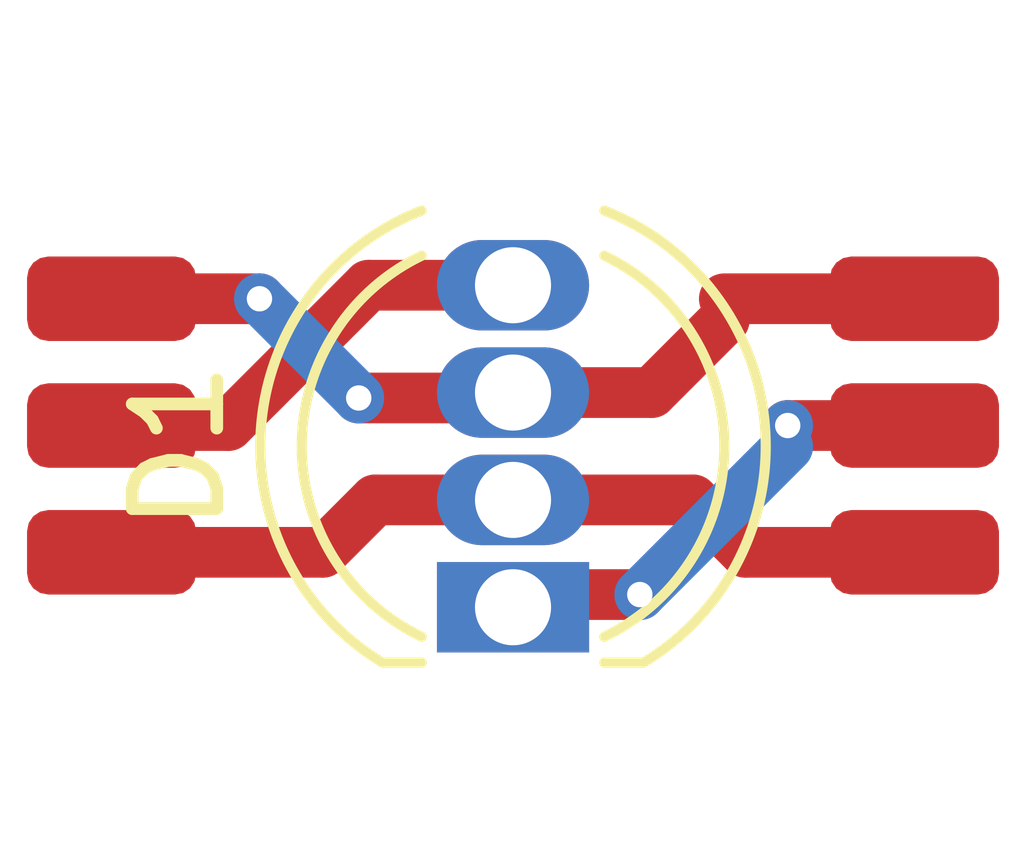
<source format=kicad_pcb>
(kicad_pcb (version 20240108) (generator "pcbnew") (generator_version "8.0")
  (layers (0 "F.Cu" signal) (31 "B.Cu" signal) (34 "B.Paste" user) (35 "F.Paste" user) (36 "B.SilkS" user "B.Silkscreen") (37 "F.SilkS" user "F.Silkscreen") (38 "B.Mask" user) (39 "F.Mask" user) (44 "Edge.Cuts" user))
  (net 0 "")
  (net 1 "GND")
  (net 2 "DIN")
  (net 3 "DOUT")
  (net 4 "VDD")
  (footprint "Connector_Wire:SolderWirePad_1x01_SMD_1x2mm" (layer "F.Cu") (at 145 90.25 90)
    (property "Reference" "REF**" (hide yes))
    (property "Value" "SolderWirePad_1x01_SMD_1x2mm" (hide yes))
    (pad "1" smd roundrect (at 0 0 90) (size 1 2) (layers "F.Cu" "F.Paste" "F.Mask") (net 2 "DIN"))
  )
  (footprint "Connector_Wire:SolderWirePad_1x01_SMD_1x2mm" (layer "F.Cu") (at 145 91.75 90)
    (property "Reference" "REF**" (hide yes))
    (property "Value" "SolderWirePad_1x01_SMD_1x2mm" (hide yes))
    (pad "1" smd roundrect (at 0 0 90) (size 1 2) (layers "F.Cu" "F.Paste" "F.Mask") (net 1 "GND"))
  )
  (footprint "Connector_Wire:SolderWirePad_1x01_SMD_1x2mm" (layer "F.Cu") (at 154.5 88.75 90)
    (property "Reference" "REF**" (hide yes))
    (property "Value" "SolderWirePad_1x01_SMD_1x2mm" (hide yes))
    (pad "1" smd roundrect (at 0 0 90) (size 1 2) (layers "F.Cu" "F.Paste" "F.Mask") (net 4 "VDD"))
  )
  (footprint "Connector_Wire:SolderWirePad_1x01_SMD_1x2mm" (layer "F.Cu") (at 154.5 91.75 90)
    (property "Reference" "REF**" (hide yes))
    (property "Value" "SolderWirePad_1x01_SMD_1x2mm" (hide yes))
    (pad "1" smd roundrect (at 0 0 90) (size 1 2) (layers "F.Cu" "F.Paste" "F.Mask") (net 1 "GND"))
  )
  (footprint "Connector_Wire:SolderWirePad_1x01_SMD_1x2mm" (layer "F.Cu") (at 154.5 90.25 90)
    (property "Reference" "REF**" (hide yes))
    (property "Value" "SolderWirePad_1x01_SMD_1x2mm" (hide yes))
    (pad "1" smd roundrect (at 0 0 90) (size 1 2) (layers "F.Cu" "F.Paste" "F.Mask") (net 3 "DOUT"))
  )
  (footprint "LED_THT:LED_D5.0mm-4_RGB" (layer "F.Cu") (at 149.75 92.4 90)
    (property "Reference" "D1" (at 1.905 -3.96 90) (layer "F.SilkS"))
    (property "Value" "NeoPixel_THT")
    (fp_line (start -0.655 -1.545) (end -0.655 -1.08) (stroke (width 0.12)) (layer "F.SilkS"))
    (fp_line (start -0.655 1.08) (end -0.655 1.545) (stroke (width 0.12)) (layer "F.SilkS"))
    (fp_arc (start -0.655 -1.54483) (mid 2.163456 -2.978809) (end 4.692815 -1.080827) (stroke (width 0.12)) (layer "F.SilkS"))
    (fp_arc (start -0.349684 -1.08) (mid 1.904762 -2.5) (end 4.159479 -1.080429) (stroke (width 0.12)) (layer "F.SilkS"))
    (fp_arc (start 4.159479 1.080429) (mid 1.904762 2.5) (end -0.349684 1.08) (stroke (width 0.12)) (layer "F.SilkS"))
    (fp_arc (start 4.692815 1.080827) (mid 2.163456 2.978808) (end -0.655 1.54483) (stroke (width 0.12)) (layer "F.SilkS"))
    (pad "1" thru_hole rect (at 0 0 90) (size 1.07 1.8) (drill 0.9) (layers "*.Cu" "*.Mask") (net 3 "DOUT"))
    (pad "2" thru_hole oval (at 1.27 0 90) (size 1.07 1.8) (drill 0.9) (layers "*.Cu" "*.Mask") (net 1 "GND"))
    (pad "3" thru_hole oval (at 2.54 0 90) (size 1.07 1.8) (drill 0.9) (layers "*.Cu" "*.Mask") (net 4 "VDD"))
    (pad "4" thru_hole oval (at 3.81 0 90) (size 1.07 1.8) (drill 0.9) (layers "*.Cu" "*.Mask") (net 2 "DIN"))
  )
  (footprint "Connector_Wire:SolderWirePad_1x01_SMD_1x2mm" (layer "F.Cu") (at 145 88.75 90)
    (property "Reference" "REF**" (hide yes))
    (property "Value" "SolderWirePad_1x01_SMD_1x2mm" (hide yes))
    (pad "1" smd roundrect (at 0 0 90) (size 1 2) (layers "F.Cu" "F.Paste" "F.Mask") (net 4 "VDD"))
  )
  (segment (start 151.88 91.13) (end 152.5 91.75) (width 0.6) (layer "F.Cu") (net 1))
  (segment (start 152.5 91.75) (end 154.5 91.75) (width 0.6) (layer "F.Cu") (net 1))
  (segment (start 147.5 91.75) (end 148.12 91.13) (width 0.6) (layer "F.Cu") (net 1))
  (segment (start 145 91.75) (end 147.5 91.75) (width 0.6) (layer "F.Cu") (net 1))
  (segment (start 149.75 91.13) (end 151.88 91.13) (width 0.6) (layer "F.Cu") (net 1))
  (segment (start 148.12 91.13) (end 149.75 91.13) (width 0.6) (layer "F.Cu") (net 1))
  (segment (start 148.041371 88.59) (end 149.75 88.59) (width 0.6) (layer "F.Cu") (net 2))
  (segment (start 146.381371 90.25) (end 148.041371 88.59) (width 0.6) (layer "F.Cu") (net 2))
  (segment (start 145 90.25) (end 146.381371 90.25) (width 0.6) (layer "F.Cu") (net 2))
  (segment (start 149.9 92.25) (end 149.75 92.4) (width 0.6) (layer "F.Cu") (net 3))
  (segment (start 153 90.25) (end 154.5 90.25) (width 0.6) (layer "F.Cu") (net 3))
  (segment (start 151.25 92.25) (end 149.9 92.25) (width 0.6) (layer "F.Cu") (net 3))
  (via (at 151.25 92.25) (size 0.6) (drill 0.3) (layers "F.Cu" "B.Cu") (net 3))
  (via (at 153 90.25) (size 0.6) (drill 0.3) (layers "F.Cu" "B.Cu") (net 3))
  (segment (start 151.25 92.25) (end 153 90.5) (width 0.6) (layer "B.Cu") (net 3))
  (segment (start 146.75 88.75) (end 145 88.75) (width 0.6) (layer "F.Cu") (net 4))
  (segment (start 149.75 89.86) (end 151.39 89.86) (width 0.6) (layer "F.Cu") (net 4))
  (segment (start 147.924265 89.924265) (end 149.685735 89.924265) (width 0.6) (layer "F.Cu") (net 4))
  (segment (start 151.39 89.86) (end 152.25 89) (width 0.6) (layer "F.Cu") (net 4))
  (segment (start 149.685735 89.924265) (end 149.75 89.86) (width 0.6) (layer "F.Cu") (net 4))
  (segment (start 152.25 88.75) (end 154.5 88.75) (width 0.6) (layer "F.Cu") (net 4))
  (via (at 147.924265 89.924265) (size 0.6) (drill 0.3) (layers "F.Cu" "B.Cu") (net 4))
  (via (at 146.75 88.75) (size 0.6) (drill 0.3) (layers "F.Cu" "B.Cu") (net 4))
  (segment (start 146.75 88.75) (end 147.924265 89.924265) (width 0.6) (layer "B.Cu") (net 4))
)
</source>
